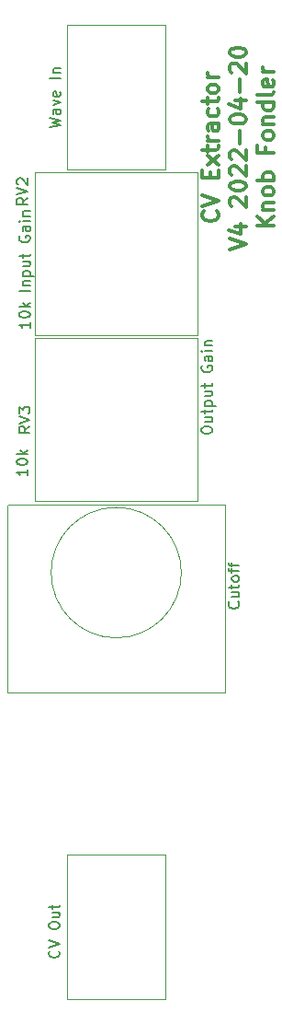
<source format=gbr>
%TF.GenerationSoftware,KiCad,Pcbnew,5.1.7-a382d34a8~88~ubuntu18.04.1*%
%TF.CreationDate,2022-04-19T18:24:53-07:00*%
%TF.ProjectId,cv-extractor,63762d65-7874-4726-9163-746f722e6b69,rev?*%
%TF.SameCoordinates,Original*%
%TF.FileFunction,Legend,Top*%
%TF.FilePolarity,Positive*%
%FSLAX46Y46*%
G04 Gerber Fmt 4.6, Leading zero omitted, Abs format (unit mm)*
G04 Created by KiCad (PCBNEW 5.1.7-a382d34a8~88~ubuntu18.04.1) date 2022-04-19 18:24:53*
%MOMM*%
%LPD*%
G01*
G04 APERTURE LIST*
%ADD10C,0.300000*%
%ADD11C,0.120000*%
%ADD12C,0.150000*%
G04 APERTURE END LIST*
D10*
X109285714Y-37321428D02*
X109357142Y-37392857D01*
X109428571Y-37607142D01*
X109428571Y-37750000D01*
X109357142Y-37964285D01*
X109214285Y-38107142D01*
X109071428Y-38178571D01*
X108785714Y-38250000D01*
X108571428Y-38250000D01*
X108285714Y-38178571D01*
X108142857Y-38107142D01*
X108000000Y-37964285D01*
X107928571Y-37750000D01*
X107928571Y-37607142D01*
X108000000Y-37392857D01*
X108071428Y-37321428D01*
X107928571Y-36892857D02*
X109428571Y-36392857D01*
X107928571Y-35892857D01*
X108642857Y-34250000D02*
X108642857Y-33750000D01*
X109428571Y-33535714D02*
X109428571Y-34250000D01*
X107928571Y-34250000D01*
X107928571Y-33535714D01*
X109428571Y-33035714D02*
X108428571Y-32250000D01*
X108428571Y-33035714D02*
X109428571Y-32250000D01*
X108428571Y-31892857D02*
X108428571Y-31321428D01*
X107928571Y-31678571D02*
X109214285Y-31678571D01*
X109357142Y-31607142D01*
X109428571Y-31464285D01*
X109428571Y-31321428D01*
X109428571Y-30821428D02*
X108428571Y-30821428D01*
X108714285Y-30821428D02*
X108571428Y-30750000D01*
X108500000Y-30678571D01*
X108428571Y-30535714D01*
X108428571Y-30392857D01*
X109428571Y-29250000D02*
X108642857Y-29250000D01*
X108500000Y-29321428D01*
X108428571Y-29464285D01*
X108428571Y-29750000D01*
X108500000Y-29892857D01*
X109357142Y-29250000D02*
X109428571Y-29392857D01*
X109428571Y-29750000D01*
X109357142Y-29892857D01*
X109214285Y-29964285D01*
X109071428Y-29964285D01*
X108928571Y-29892857D01*
X108857142Y-29750000D01*
X108857142Y-29392857D01*
X108785714Y-29250000D01*
X109357142Y-27892857D02*
X109428571Y-28035714D01*
X109428571Y-28321428D01*
X109357142Y-28464285D01*
X109285714Y-28535714D01*
X109142857Y-28607142D01*
X108714285Y-28607142D01*
X108571428Y-28535714D01*
X108500000Y-28464285D01*
X108428571Y-28321428D01*
X108428571Y-28035714D01*
X108500000Y-27892857D01*
X108428571Y-27464285D02*
X108428571Y-26892857D01*
X107928571Y-27250000D02*
X109214285Y-27250000D01*
X109357142Y-27178571D01*
X109428571Y-27035714D01*
X109428571Y-26892857D01*
X109428571Y-26178571D02*
X109357142Y-26321428D01*
X109285714Y-26392857D01*
X109142857Y-26464285D01*
X108714285Y-26464285D01*
X108571428Y-26392857D01*
X108500000Y-26321428D01*
X108428571Y-26178571D01*
X108428571Y-25964285D01*
X108500000Y-25821428D01*
X108571428Y-25750000D01*
X108714285Y-25678571D01*
X109142857Y-25678571D01*
X109285714Y-25750000D01*
X109357142Y-25821428D01*
X109428571Y-25964285D01*
X109428571Y-26178571D01*
X109428571Y-25035714D02*
X108428571Y-25035714D01*
X108714285Y-25035714D02*
X108571428Y-24964285D01*
X108500000Y-24892857D01*
X108428571Y-24750000D01*
X108428571Y-24607142D01*
X110478571Y-40857142D02*
X111978571Y-40357142D01*
X110478571Y-39857142D01*
X110978571Y-38714285D02*
X111978571Y-38714285D01*
X110407142Y-39071428D02*
X111478571Y-39428571D01*
X111478571Y-38500000D01*
X110621428Y-36857142D02*
X110550000Y-36785714D01*
X110478571Y-36642857D01*
X110478571Y-36285714D01*
X110550000Y-36142857D01*
X110621428Y-36071428D01*
X110764285Y-36000000D01*
X110907142Y-36000000D01*
X111121428Y-36071428D01*
X111978571Y-36928571D01*
X111978571Y-36000000D01*
X110478571Y-35071428D02*
X110478571Y-34928571D01*
X110550000Y-34785714D01*
X110621428Y-34714285D01*
X110764285Y-34642857D01*
X111050000Y-34571428D01*
X111407142Y-34571428D01*
X111692857Y-34642857D01*
X111835714Y-34714285D01*
X111907142Y-34785714D01*
X111978571Y-34928571D01*
X111978571Y-35071428D01*
X111907142Y-35214285D01*
X111835714Y-35285714D01*
X111692857Y-35357142D01*
X111407142Y-35428571D01*
X111050000Y-35428571D01*
X110764285Y-35357142D01*
X110621428Y-35285714D01*
X110550000Y-35214285D01*
X110478571Y-35071428D01*
X110621428Y-34000000D02*
X110550000Y-33928571D01*
X110478571Y-33785714D01*
X110478571Y-33428571D01*
X110550000Y-33285714D01*
X110621428Y-33214285D01*
X110764285Y-33142857D01*
X110907142Y-33142857D01*
X111121428Y-33214285D01*
X111978571Y-34071428D01*
X111978571Y-33142857D01*
X110621428Y-32571428D02*
X110550000Y-32500000D01*
X110478571Y-32357142D01*
X110478571Y-32000000D01*
X110550000Y-31857142D01*
X110621428Y-31785714D01*
X110764285Y-31714285D01*
X110907142Y-31714285D01*
X111121428Y-31785714D01*
X111978571Y-32642857D01*
X111978571Y-31714285D01*
X111407142Y-31071428D02*
X111407142Y-29928571D01*
X110478571Y-28928571D02*
X110478571Y-28785714D01*
X110550000Y-28642857D01*
X110621428Y-28571428D01*
X110764285Y-28500000D01*
X111050000Y-28428571D01*
X111407142Y-28428571D01*
X111692857Y-28500000D01*
X111835714Y-28571428D01*
X111907142Y-28642857D01*
X111978571Y-28785714D01*
X111978571Y-28928571D01*
X111907142Y-29071428D01*
X111835714Y-29142857D01*
X111692857Y-29214285D01*
X111407142Y-29285714D01*
X111050000Y-29285714D01*
X110764285Y-29214285D01*
X110621428Y-29142857D01*
X110550000Y-29071428D01*
X110478571Y-28928571D01*
X110978571Y-27142857D02*
X111978571Y-27142857D01*
X110407142Y-27500000D02*
X111478571Y-27857142D01*
X111478571Y-26928571D01*
X111407142Y-26357142D02*
X111407142Y-25214285D01*
X110621428Y-24571428D02*
X110550000Y-24500000D01*
X110478571Y-24357142D01*
X110478571Y-24000000D01*
X110550000Y-23857142D01*
X110621428Y-23785714D01*
X110764285Y-23714285D01*
X110907142Y-23714285D01*
X111121428Y-23785714D01*
X111978571Y-24642857D01*
X111978571Y-23714285D01*
X110478571Y-22785714D02*
X110478571Y-22642857D01*
X110550000Y-22500000D01*
X110621428Y-22428571D01*
X110764285Y-22357142D01*
X111050000Y-22285714D01*
X111407142Y-22285714D01*
X111692857Y-22357142D01*
X111835714Y-22428571D01*
X111907142Y-22500000D01*
X111978571Y-22642857D01*
X111978571Y-22785714D01*
X111907142Y-22928571D01*
X111835714Y-23000000D01*
X111692857Y-23071428D01*
X111407142Y-23142857D01*
X111050000Y-23142857D01*
X110764285Y-23071428D01*
X110621428Y-23000000D01*
X110550000Y-22928571D01*
X110478571Y-22785714D01*
X114528571Y-38678571D02*
X113028571Y-38678571D01*
X114528571Y-37821428D02*
X113671428Y-38464285D01*
X113028571Y-37821428D02*
X113885714Y-38678571D01*
X113528571Y-37178571D02*
X114528571Y-37178571D01*
X113671428Y-37178571D02*
X113600000Y-37107142D01*
X113528571Y-36964285D01*
X113528571Y-36750000D01*
X113600000Y-36607142D01*
X113742857Y-36535714D01*
X114528571Y-36535714D01*
X114528571Y-35607142D02*
X114457142Y-35750000D01*
X114385714Y-35821428D01*
X114242857Y-35892857D01*
X113814285Y-35892857D01*
X113671428Y-35821428D01*
X113600000Y-35750000D01*
X113528571Y-35607142D01*
X113528571Y-35392857D01*
X113600000Y-35250000D01*
X113671428Y-35178571D01*
X113814285Y-35107142D01*
X114242857Y-35107142D01*
X114385714Y-35178571D01*
X114457142Y-35250000D01*
X114528571Y-35392857D01*
X114528571Y-35607142D01*
X114528571Y-34464285D02*
X113028571Y-34464285D01*
X113600000Y-34464285D02*
X113528571Y-34321428D01*
X113528571Y-34035714D01*
X113600000Y-33892857D01*
X113671428Y-33821428D01*
X113814285Y-33750000D01*
X114242857Y-33750000D01*
X114385714Y-33821428D01*
X114457142Y-33892857D01*
X114528571Y-34035714D01*
X114528571Y-34321428D01*
X114457142Y-34464285D01*
X113742857Y-31464285D02*
X113742857Y-31964285D01*
X114528571Y-31964285D02*
X113028571Y-31964285D01*
X113028571Y-31250000D01*
X114528571Y-30464285D02*
X114457142Y-30607142D01*
X114385714Y-30678571D01*
X114242857Y-30750000D01*
X113814285Y-30750000D01*
X113671428Y-30678571D01*
X113600000Y-30607142D01*
X113528571Y-30464285D01*
X113528571Y-30250000D01*
X113600000Y-30107142D01*
X113671428Y-30035714D01*
X113814285Y-29964285D01*
X114242857Y-29964285D01*
X114385714Y-30035714D01*
X114457142Y-30107142D01*
X114528571Y-30250000D01*
X114528571Y-30464285D01*
X113528571Y-29321428D02*
X114528571Y-29321428D01*
X113671428Y-29321428D02*
X113600000Y-29250000D01*
X113528571Y-29107142D01*
X113528571Y-28892857D01*
X113600000Y-28750000D01*
X113742857Y-28678571D01*
X114528571Y-28678571D01*
X114528571Y-27321428D02*
X113028571Y-27321428D01*
X114457142Y-27321428D02*
X114528571Y-27464285D01*
X114528571Y-27750000D01*
X114457142Y-27892857D01*
X114385714Y-27964285D01*
X114242857Y-28035714D01*
X113814285Y-28035714D01*
X113671428Y-27964285D01*
X113600000Y-27892857D01*
X113528571Y-27750000D01*
X113528571Y-27464285D01*
X113600000Y-27321428D01*
X114528571Y-26392857D02*
X114457142Y-26535714D01*
X114314285Y-26607142D01*
X113028571Y-26607142D01*
X114457142Y-25250000D02*
X114528571Y-25392857D01*
X114528571Y-25678571D01*
X114457142Y-25821428D01*
X114314285Y-25892857D01*
X113742857Y-25892857D01*
X113600000Y-25821428D01*
X113528571Y-25678571D01*
X113528571Y-25392857D01*
X113600000Y-25250000D01*
X113742857Y-25178571D01*
X113885714Y-25178571D01*
X114028571Y-25892857D01*
X114528571Y-24535714D02*
X113528571Y-24535714D01*
X113814285Y-24535714D02*
X113671428Y-24464285D01*
X113600000Y-24392857D01*
X113528571Y-24250000D01*
X113528571Y-24107142D01*
D11*
%TO.C,J2*%
X104500000Y-109750000D02*
X95500000Y-109750000D01*
X104500000Y-96450000D02*
X95500000Y-96450000D01*
X95500000Y-109750000D02*
X95500000Y-96450000D01*
X104500000Y-109750000D02*
X104500000Y-96450000D01*
%TO.C,J1*%
X104500000Y-33500000D02*
X95500000Y-33500000D01*
X104500000Y-20200000D02*
X95500000Y-20200000D01*
X95500000Y-33500000D02*
X95500000Y-20200000D01*
X104500000Y-33500000D02*
X104500000Y-20200000D01*
%TO.C,RV1*%
X106000000Y-70550000D02*
G75*
G03*
X106000000Y-70550000I-6000000J0D01*
G01*
X90033000Y-64294000D02*
X110033000Y-64294000D01*
X110000000Y-64350000D02*
X110000000Y-81550000D01*
X90000000Y-81550000D02*
X110000000Y-81550000D01*
X89967000Y-81550000D02*
X89967000Y-64350000D01*
%TO.C,RV2*%
X107500000Y-33700000D02*
X107500000Y-48700000D01*
X107500000Y-48700000D02*
X92500000Y-48700000D01*
X92500000Y-48700000D02*
X92500000Y-33700000D01*
X92500000Y-33700000D02*
X107500000Y-33700000D01*
%TO.C,RV3*%
X107500000Y-49000000D02*
X107500000Y-64000000D01*
X107500000Y-64000000D02*
X92500000Y-64000000D01*
X92500000Y-64000000D02*
X92500000Y-49000000D01*
X92500000Y-49000000D02*
X107500000Y-49000000D01*
%TO.C,J2*%
D12*
X94682142Y-105336904D02*
X94729761Y-105384523D01*
X94777380Y-105527380D01*
X94777380Y-105622619D01*
X94729761Y-105765476D01*
X94634523Y-105860714D01*
X94539285Y-105908333D01*
X94348809Y-105955952D01*
X94205952Y-105955952D01*
X94015476Y-105908333D01*
X93920238Y-105860714D01*
X93825000Y-105765476D01*
X93777380Y-105622619D01*
X93777380Y-105527380D01*
X93825000Y-105384523D01*
X93872619Y-105336904D01*
X93777380Y-105051190D02*
X94777380Y-104717857D01*
X93777380Y-104384523D01*
X93777380Y-103098809D02*
X93777380Y-102908333D01*
X93825000Y-102813095D01*
X93920238Y-102717857D01*
X94110714Y-102670238D01*
X94444047Y-102670238D01*
X94634523Y-102717857D01*
X94729761Y-102813095D01*
X94777380Y-102908333D01*
X94777380Y-103098809D01*
X94729761Y-103194047D01*
X94634523Y-103289285D01*
X94444047Y-103336904D01*
X94110714Y-103336904D01*
X93920238Y-103289285D01*
X93825000Y-103194047D01*
X93777380Y-103098809D01*
X94110714Y-101813095D02*
X94777380Y-101813095D01*
X94110714Y-102241666D02*
X94634523Y-102241666D01*
X94729761Y-102194047D01*
X94777380Y-102098809D01*
X94777380Y-101955952D01*
X94729761Y-101860714D01*
X94682142Y-101813095D01*
X94110714Y-101479761D02*
X94110714Y-101098809D01*
X93777380Y-101336904D02*
X94634523Y-101336904D01*
X94729761Y-101289285D01*
X94777380Y-101194047D01*
X94777380Y-101098809D01*
%TO.C,J1*%
X93852380Y-29626904D02*
X94852380Y-29388809D01*
X94138095Y-29198333D01*
X94852380Y-29007857D01*
X93852380Y-28769761D01*
X94852380Y-27960238D02*
X94328571Y-27960238D01*
X94233333Y-28007857D01*
X94185714Y-28103095D01*
X94185714Y-28293571D01*
X94233333Y-28388809D01*
X94804761Y-27960238D02*
X94852380Y-28055476D01*
X94852380Y-28293571D01*
X94804761Y-28388809D01*
X94709523Y-28436428D01*
X94614285Y-28436428D01*
X94519047Y-28388809D01*
X94471428Y-28293571D01*
X94471428Y-28055476D01*
X94423809Y-27960238D01*
X94185714Y-27579285D02*
X94852380Y-27341190D01*
X94185714Y-27103095D01*
X94804761Y-26341190D02*
X94852380Y-26436428D01*
X94852380Y-26626904D01*
X94804761Y-26722142D01*
X94709523Y-26769761D01*
X94328571Y-26769761D01*
X94233333Y-26722142D01*
X94185714Y-26626904D01*
X94185714Y-26436428D01*
X94233333Y-26341190D01*
X94328571Y-26293571D01*
X94423809Y-26293571D01*
X94519047Y-26769761D01*
X94852380Y-25103095D02*
X93852380Y-25103095D01*
X94185714Y-24626904D02*
X94852380Y-24626904D01*
X94280952Y-24626904D02*
X94233333Y-24579285D01*
X94185714Y-24484047D01*
X94185714Y-24341190D01*
X94233333Y-24245952D01*
X94328571Y-24198333D01*
X94852380Y-24198333D01*
%TO.C,RV1*%
X111232142Y-73227380D02*
X111279761Y-73275000D01*
X111327380Y-73417857D01*
X111327380Y-73513095D01*
X111279761Y-73655952D01*
X111184523Y-73751190D01*
X111089285Y-73798809D01*
X110898809Y-73846428D01*
X110755952Y-73846428D01*
X110565476Y-73798809D01*
X110470238Y-73751190D01*
X110375000Y-73655952D01*
X110327380Y-73513095D01*
X110327380Y-73417857D01*
X110375000Y-73275000D01*
X110422619Y-73227380D01*
X110660714Y-72370238D02*
X111327380Y-72370238D01*
X110660714Y-72798809D02*
X111184523Y-72798809D01*
X111279761Y-72751190D01*
X111327380Y-72655952D01*
X111327380Y-72513095D01*
X111279761Y-72417857D01*
X111232142Y-72370238D01*
X110660714Y-72036904D02*
X110660714Y-71655952D01*
X110327380Y-71894047D02*
X111184523Y-71894047D01*
X111279761Y-71846428D01*
X111327380Y-71751190D01*
X111327380Y-71655952D01*
X111327380Y-71179761D02*
X111279761Y-71275000D01*
X111232142Y-71322619D01*
X111136904Y-71370238D01*
X110851190Y-71370238D01*
X110755952Y-71322619D01*
X110708333Y-71275000D01*
X110660714Y-71179761D01*
X110660714Y-71036904D01*
X110708333Y-70941666D01*
X110755952Y-70894047D01*
X110851190Y-70846428D01*
X111136904Y-70846428D01*
X111232142Y-70894047D01*
X111279761Y-70941666D01*
X111327380Y-71036904D01*
X111327380Y-71179761D01*
X110660714Y-70560714D02*
X110660714Y-70179761D01*
X111327380Y-70417857D02*
X110470238Y-70417857D01*
X110375000Y-70370238D01*
X110327380Y-70275000D01*
X110327380Y-70179761D01*
X110660714Y-69989285D02*
X110660714Y-69608333D01*
X111327380Y-69846428D02*
X110470238Y-69846428D01*
X110375000Y-69798809D01*
X110327380Y-69703571D01*
X110327380Y-69608333D01*
%TO.C,RV2*%
X91852380Y-36095238D02*
X91376190Y-36428571D01*
X91852380Y-36666666D02*
X90852380Y-36666666D01*
X90852380Y-36285714D01*
X90900000Y-36190476D01*
X90947619Y-36142857D01*
X91042857Y-36095238D01*
X91185714Y-36095238D01*
X91280952Y-36142857D01*
X91328571Y-36190476D01*
X91376190Y-36285714D01*
X91376190Y-36666666D01*
X90852380Y-35809523D02*
X91852380Y-35476190D01*
X90852380Y-35142857D01*
X90947619Y-34857142D02*
X90900000Y-34809523D01*
X90852380Y-34714285D01*
X90852380Y-34476190D01*
X90900000Y-34380952D01*
X90947619Y-34333333D01*
X91042857Y-34285714D01*
X91138095Y-34285714D01*
X91280952Y-34333333D01*
X91852380Y-34904761D01*
X91852380Y-34285714D01*
X92052380Y-47495238D02*
X92052380Y-48066666D01*
X92052380Y-47780952D02*
X91052380Y-47780952D01*
X91195238Y-47876190D01*
X91290476Y-47971428D01*
X91338095Y-48066666D01*
X91052380Y-46876190D02*
X91052380Y-46780952D01*
X91100000Y-46685714D01*
X91147619Y-46638095D01*
X91242857Y-46590476D01*
X91433333Y-46542857D01*
X91671428Y-46542857D01*
X91861904Y-46590476D01*
X91957142Y-46638095D01*
X92004761Y-46685714D01*
X92052380Y-46780952D01*
X92052380Y-46876190D01*
X92004761Y-46971428D01*
X91957142Y-47019047D01*
X91861904Y-47066666D01*
X91671428Y-47114285D01*
X91433333Y-47114285D01*
X91242857Y-47066666D01*
X91147619Y-47019047D01*
X91100000Y-46971428D01*
X91052380Y-46876190D01*
X92052380Y-46114285D02*
X91052380Y-46114285D01*
X91671428Y-46019047D02*
X92052380Y-45733333D01*
X91385714Y-45733333D02*
X91766666Y-46114285D01*
X92052380Y-44666666D02*
X91052380Y-44666666D01*
X91385714Y-44190476D02*
X92052380Y-44190476D01*
X91480952Y-44190476D02*
X91433333Y-44142857D01*
X91385714Y-44047619D01*
X91385714Y-43904761D01*
X91433333Y-43809523D01*
X91528571Y-43761904D01*
X92052380Y-43761904D01*
X91385714Y-43285714D02*
X92385714Y-43285714D01*
X91433333Y-43285714D02*
X91385714Y-43190476D01*
X91385714Y-43000000D01*
X91433333Y-42904761D01*
X91480952Y-42857142D01*
X91576190Y-42809523D01*
X91861904Y-42809523D01*
X91957142Y-42857142D01*
X92004761Y-42904761D01*
X92052380Y-43000000D01*
X92052380Y-43190476D01*
X92004761Y-43285714D01*
X91385714Y-41952380D02*
X92052380Y-41952380D01*
X91385714Y-42380952D02*
X91909523Y-42380952D01*
X92004761Y-42333333D01*
X92052380Y-42238095D01*
X92052380Y-42095238D01*
X92004761Y-42000000D01*
X91957142Y-41952380D01*
X91385714Y-41619047D02*
X91385714Y-41238095D01*
X91052380Y-41476190D02*
X91909523Y-41476190D01*
X92004761Y-41428571D01*
X92052380Y-41333333D01*
X92052380Y-41238095D01*
X91100000Y-39619047D02*
X91052380Y-39714285D01*
X91052380Y-39857142D01*
X91100000Y-40000000D01*
X91195238Y-40095238D01*
X91290476Y-40142857D01*
X91480952Y-40190476D01*
X91623809Y-40190476D01*
X91814285Y-40142857D01*
X91909523Y-40095238D01*
X92004761Y-40000000D01*
X92052380Y-39857142D01*
X92052380Y-39761904D01*
X92004761Y-39619047D01*
X91957142Y-39571428D01*
X91623809Y-39571428D01*
X91623809Y-39761904D01*
X92052380Y-38714285D02*
X91528571Y-38714285D01*
X91433333Y-38761904D01*
X91385714Y-38857142D01*
X91385714Y-39047619D01*
X91433333Y-39142857D01*
X92004761Y-38714285D02*
X92052380Y-38809523D01*
X92052380Y-39047619D01*
X92004761Y-39142857D01*
X91909523Y-39190476D01*
X91814285Y-39190476D01*
X91719047Y-39142857D01*
X91671428Y-39047619D01*
X91671428Y-38809523D01*
X91623809Y-38714285D01*
X92052380Y-38238095D02*
X91385714Y-38238095D01*
X91052380Y-38238095D02*
X91100000Y-38285714D01*
X91147619Y-38238095D01*
X91100000Y-38190476D01*
X91052380Y-38238095D01*
X91147619Y-38238095D01*
X91385714Y-37761904D02*
X92052380Y-37761904D01*
X91480952Y-37761904D02*
X91433333Y-37714285D01*
X91385714Y-37619047D01*
X91385714Y-37476190D01*
X91433333Y-37380952D01*
X91528571Y-37333333D01*
X92052380Y-37333333D01*
%TO.C,RV3*%
X92027380Y-57095238D02*
X91551190Y-57428571D01*
X92027380Y-57666666D02*
X91027380Y-57666666D01*
X91027380Y-57285714D01*
X91075000Y-57190476D01*
X91122619Y-57142857D01*
X91217857Y-57095238D01*
X91360714Y-57095238D01*
X91455952Y-57142857D01*
X91503571Y-57190476D01*
X91551190Y-57285714D01*
X91551190Y-57666666D01*
X91027380Y-56809523D02*
X92027380Y-56476190D01*
X91027380Y-56142857D01*
X91027380Y-55904761D02*
X91027380Y-55285714D01*
X91408333Y-55619047D01*
X91408333Y-55476190D01*
X91455952Y-55380952D01*
X91503571Y-55333333D01*
X91598809Y-55285714D01*
X91836904Y-55285714D01*
X91932142Y-55333333D01*
X91979761Y-55380952D01*
X92027380Y-55476190D01*
X92027380Y-55761904D01*
X91979761Y-55857142D01*
X91932142Y-55904761D01*
X91827380Y-61045238D02*
X91827380Y-61616666D01*
X91827380Y-61330952D02*
X90827380Y-61330952D01*
X90970238Y-61426190D01*
X91065476Y-61521428D01*
X91113095Y-61616666D01*
X90827380Y-60426190D02*
X90827380Y-60330952D01*
X90875000Y-60235714D01*
X90922619Y-60188095D01*
X91017857Y-60140476D01*
X91208333Y-60092857D01*
X91446428Y-60092857D01*
X91636904Y-60140476D01*
X91732142Y-60188095D01*
X91779761Y-60235714D01*
X91827380Y-60330952D01*
X91827380Y-60426190D01*
X91779761Y-60521428D01*
X91732142Y-60569047D01*
X91636904Y-60616666D01*
X91446428Y-60664285D01*
X91208333Y-60664285D01*
X91017857Y-60616666D01*
X90922619Y-60569047D01*
X90875000Y-60521428D01*
X90827380Y-60426190D01*
X91827380Y-59664285D02*
X90827380Y-59664285D01*
X91446428Y-59569047D02*
X91827380Y-59283333D01*
X91160714Y-59283333D02*
X91541666Y-59664285D01*
X107852380Y-57547619D02*
X107852380Y-57357142D01*
X107900000Y-57261904D01*
X107995238Y-57166666D01*
X108185714Y-57119047D01*
X108519047Y-57119047D01*
X108709523Y-57166666D01*
X108804761Y-57261904D01*
X108852380Y-57357142D01*
X108852380Y-57547619D01*
X108804761Y-57642857D01*
X108709523Y-57738095D01*
X108519047Y-57785714D01*
X108185714Y-57785714D01*
X107995238Y-57738095D01*
X107900000Y-57642857D01*
X107852380Y-57547619D01*
X108185714Y-56261904D02*
X108852380Y-56261904D01*
X108185714Y-56690476D02*
X108709523Y-56690476D01*
X108804761Y-56642857D01*
X108852380Y-56547619D01*
X108852380Y-56404761D01*
X108804761Y-56309523D01*
X108757142Y-56261904D01*
X108185714Y-55928571D02*
X108185714Y-55547619D01*
X107852380Y-55785714D02*
X108709523Y-55785714D01*
X108804761Y-55738095D01*
X108852380Y-55642857D01*
X108852380Y-55547619D01*
X108185714Y-55214285D02*
X109185714Y-55214285D01*
X108233333Y-55214285D02*
X108185714Y-55119047D01*
X108185714Y-54928571D01*
X108233333Y-54833333D01*
X108280952Y-54785714D01*
X108376190Y-54738095D01*
X108661904Y-54738095D01*
X108757142Y-54785714D01*
X108804761Y-54833333D01*
X108852380Y-54928571D01*
X108852380Y-55119047D01*
X108804761Y-55214285D01*
X108185714Y-53880952D02*
X108852380Y-53880952D01*
X108185714Y-54309523D02*
X108709523Y-54309523D01*
X108804761Y-54261904D01*
X108852380Y-54166666D01*
X108852380Y-54023809D01*
X108804761Y-53928571D01*
X108757142Y-53880952D01*
X108185714Y-53547619D02*
X108185714Y-53166666D01*
X107852380Y-53404761D02*
X108709523Y-53404761D01*
X108804761Y-53357142D01*
X108852380Y-53261904D01*
X108852380Y-53166666D01*
X107900000Y-51547619D02*
X107852380Y-51642857D01*
X107852380Y-51785714D01*
X107900000Y-51928571D01*
X107995238Y-52023809D01*
X108090476Y-52071428D01*
X108280952Y-52119047D01*
X108423809Y-52119047D01*
X108614285Y-52071428D01*
X108709523Y-52023809D01*
X108804761Y-51928571D01*
X108852380Y-51785714D01*
X108852380Y-51690476D01*
X108804761Y-51547619D01*
X108757142Y-51500000D01*
X108423809Y-51500000D01*
X108423809Y-51690476D01*
X108852380Y-50642857D02*
X108328571Y-50642857D01*
X108233333Y-50690476D01*
X108185714Y-50785714D01*
X108185714Y-50976190D01*
X108233333Y-51071428D01*
X108804761Y-50642857D02*
X108852380Y-50738095D01*
X108852380Y-50976190D01*
X108804761Y-51071428D01*
X108709523Y-51119047D01*
X108614285Y-51119047D01*
X108519047Y-51071428D01*
X108471428Y-50976190D01*
X108471428Y-50738095D01*
X108423809Y-50642857D01*
X108852380Y-50166666D02*
X108185714Y-50166666D01*
X107852380Y-50166666D02*
X107900000Y-50214285D01*
X107947619Y-50166666D01*
X107900000Y-50119047D01*
X107852380Y-50166666D01*
X107947619Y-50166666D01*
X108185714Y-49690476D02*
X108852380Y-49690476D01*
X108280952Y-49690476D02*
X108233333Y-49642857D01*
X108185714Y-49547619D01*
X108185714Y-49404761D01*
X108233333Y-49309523D01*
X108328571Y-49261904D01*
X108852380Y-49261904D01*
%TD*%
M02*

</source>
